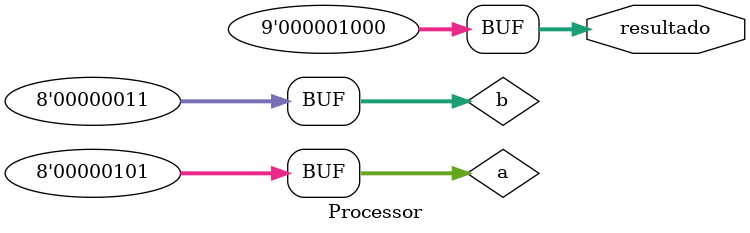
<source format=sv>
module Processor (
    output logic [8:0] resultado // Salida del resultado de la suma de 9 bits
);

    // Definimos los valores de los números a sumar
    logic [7:0] a = 5; // Primer número
    logic [7:0] b = 3; // Segundo número

    always_comb begin
        resultado = a + b; // Realiza la suma de los dos números y asigna el resultado
    end

endmodule
</source>
